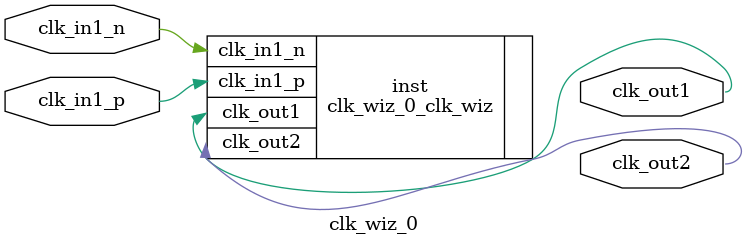
<source format=v>


`timescale 1ps/1ps

(* CORE_GENERATION_INFO = "clk_wiz_0,clk_wiz_v6_0_10_0_0,{component_name=clk_wiz_0,use_phase_alignment=false,use_min_o_jitter=false,use_max_i_jitter=false,use_dyn_phase_shift=false,use_inclk_switchover=false,use_dyn_reconfig=false,enable_axi=0,feedback_source=FDBK_AUTO,PRIMITIVE=MMCM,num_out_clk=2,clkin1_period=3.333,clkin2_period=10.0,use_power_down=false,use_reset=false,use_locked=false,use_inclk_stopped=false,feedback_type=SINGLE,CLOCK_MGR_TYPE=NA,manual_override=false}" *)

module clk_wiz_0 
 (
  // Clock out ports
  output        clk_out1,
  output        clk_out2,
 // Clock in ports
  input         clk_in1_p,
  input         clk_in1_n
 );

  clk_wiz_0_clk_wiz inst
  (
  // Clock out ports  
  .clk_out1(clk_out1),
  .clk_out2(clk_out2),
 // Clock in ports
  .clk_in1_p(clk_in1_p),
  .clk_in1_n(clk_in1_n)
  );

endmodule

</source>
